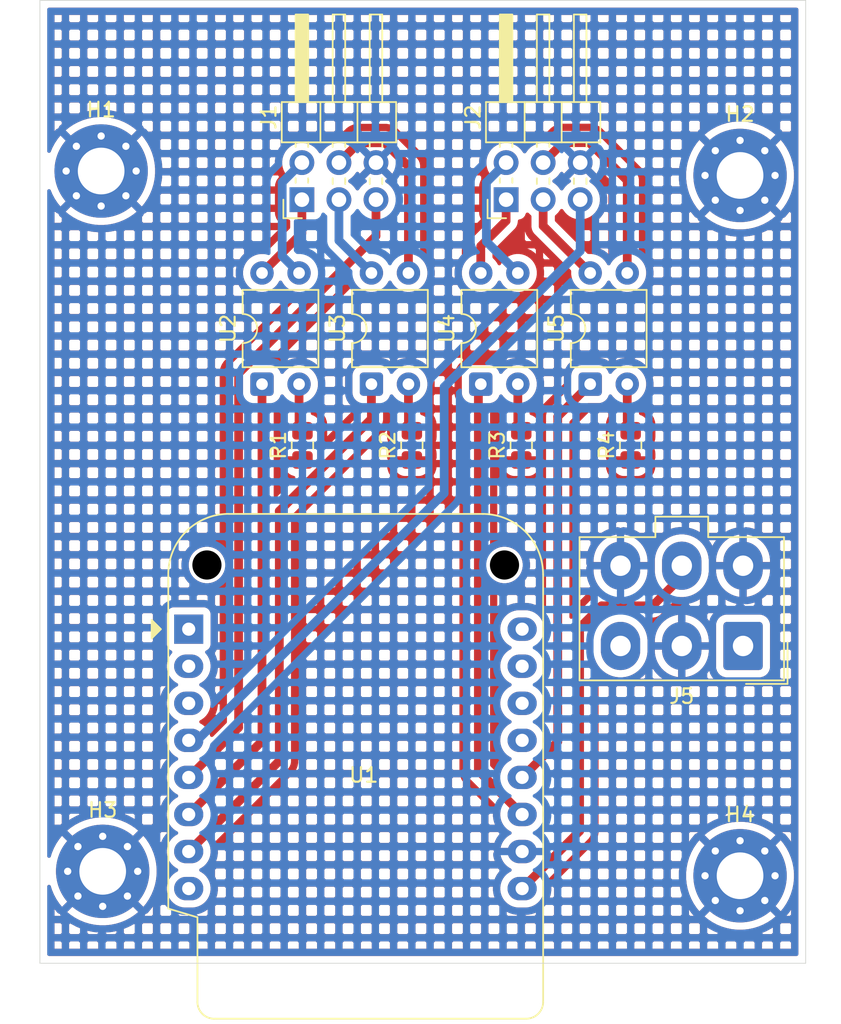
<source format=kicad_pcb>
(kicad_pcb (version 20241229) (generator "pcbnew") (generator_version "9.0")
  (layers (0 "F.Cu" signal) (2 "B.Cu" signal) (13 "F.Paste" user) (15 "B.Paste" user) (5 "F.SilkS" user "F.Silkscreen") (7 "B.SilkS" user "B.Silkscreen") (1 "F.Mask" user) (3 "B.Mask" user) (25 "Edge.Cuts" user))
  (net 0 "")
  (net 1 "GND")
  (net 2 "+3.3VA")
  (net 3 "+5VA")
  (net 4 "+12VA")
  (net 5 "Net-(R1-Pad2)")
  (net 6 "Net-(R2-Pad2)")
  (net 7 "Net-(R3-Pad2)")
  (net 8 "Net-(R4-Pad2)")
  (net 12 "ResetSW_2")
  (net 13 "ResetSW_1")
  (net 16 "PowerSW_1")
  (net 19 "PowerSW_2")
  (net 20 "LED_2")
  (net 22 "LED_1")
  (net 23 "Power-_1")
  (net 24 "Power+_1")
  (net 25 "Reset+_1")
  (net 26 "Reset-_1")
  (net 27 "Power-_2")
  (net 28 "Power+_2")
  (net 29 "Reset+_2")
  (net 30 "Reset-_2")
  (footprint "Resistor_SMD:R_0805_2012Metric_Pad1.20x1.40mm_HandSolder" (layer "F.Cu") (at 158 65 90)
    (property "Reference" "R3" (at 0 -1.65 90) (layer "F.SilkS"))
    (property "Value" "R330")
    (fp_line (start -0.227064 -0.735) (end 0.227064 -0.735) (stroke (width 0.12)) (layer "F.SilkS"))
    (fp_line (start -0.227064 0.735) (end 0.227064 0.735) (stroke (width 0.12)) (layer "F.SilkS"))
    (pad "1" smd roundrect (at -1 0 90) (size 1.2 1.4) (layers "F.Cu" "F.Mask" "F.Paste") (roundrect_rratio 0.208333) (net 1 "GND"))
    (pad "2" smd roundrect (at 1 0 90) (size 1.2 1.4) (layers "F.Cu" "F.Mask" "F.Paste") (roundrect_rratio 0.208333) (net 7 "Net-(R3-Pad2)"))
  )
  (footprint "Resistor_SMD:R_0805_2012Metric_Pad1.20x1.40mm_HandSolder" (layer "F.Cu") (at 143 65 90)
    (property "Reference" "R1" (at 0 -1.65 90) (layer "F.SilkS"))
    (property "Value" "R330")
    (fp_line (start -0.227064 -0.735) (end 0.227064 -0.735) (stroke (width 0.12)) (layer "F.SilkS"))
    (fp_line (start -0.227064 0.735) (end 0.227064 0.735) (stroke (width 0.12)) (layer "F.SilkS"))
    (pad "1" smd roundrect (at -1 0 90) (size 1.2 1.4) (layers "F.Cu" "F.Mask" "F.Paste") (roundrect_rratio 0.208333) (net 1 "GND"))
    (pad "2" smd roundrect (at 1 0 90) (size 1.2 1.4) (layers "F.Cu" "F.Mask" "F.Paste") (roundrect_rratio 0.208333) (net 5 "Net-(R1-Pad2)"))
  )
  (footprint "Resistor_SMD:R_0805_2012Metric_Pad1.20x1.40mm_HandSolder" (layer "F.Cu") (at 165.5 65 90)
    (property "Reference" "R4" (at 0 -1.65 90) (layer "F.SilkS"))
    (property "Value" "R330")
    (fp_line (start -0.227064 -0.735) (end 0.227064 -0.735) (stroke (width 0.12)) (layer "F.SilkS"))
    (fp_line (start -0.227064 0.735) (end 0.227064 0.735) (stroke (width 0.12)) (layer "F.SilkS"))
    (pad "1" smd roundrect (at -1 0 90) (size 1.2 1.4) (layers "F.Cu" "F.Mask" "F.Paste") (roundrect_rratio 0.208333) (net 1 "GND"))
    (pad "2" smd roundrect (at 1 0 90) (size 1.2 1.4) (layers "F.Cu" "F.Mask" "F.Paste") (roundrect_rratio 0.208333) (net 8 "Net-(R4-Pad2)"))
  )
  (footprint "Connector_PinHeader_2.54mm:PinHeader_2x03_P2.54mm_Horizontal" (layer "F.Cu") (at 142.96 48.16 90)
    (property "Reference" "J1" (at 5.655 -2.27 90) (layer "F.SilkS"))
    (property "Value" "PC Header 1")
    (fp_line (start 6.69 -1.38) (end 3.93 -1.38) (stroke (width 0.12)) (layer "F.SilkS"))
    (fp_line (start 3.93 -1.38) (end 3.93 6.46) (stroke (width 0.12)) (layer "F.SilkS"))
    (fp_line (start -1.27 -1.27) (end 0 -1.27) (stroke (width 0.12)) (layer "F.SilkS"))
    (fp_line (start 3.617358 -0.43) (end 3.93 -0.43) (stroke (width 0.12)) (layer "F.SilkS"))
    (fp_line (start 1.16 -0.43) (end 1.462642 -0.43) (stroke (width 0.12)) (layer "F.SilkS"))
    (fp_line (start -1.27 0) (end -1.27 -1.27) (stroke (width 0.12)) (layer "F.SilkS"))
    (fp_line (start 3.617358 0.43) (end 3.93 0.43) (stroke (width 0.12)) (layer "F.SilkS"))
    (fp_line (start 1.16 0.43) (end 1.462642 0.43) (stroke (width 0.12)) (layer "F.SilkS"))
    (fp_line (start 3.93 1.27) (end 6.69 1.27) (stroke (width 0.12)) (layer "F.SilkS"))
    (fp_line (start 12.69 2.11) (end 12.69 2.97) (stroke (width 0.12)) (layer "F.SilkS"))
    (fp_line (start 6.69 2.11) (end 12.69 2.11) (stroke (width 0.12)) (layer "F.SilkS"))
    (fp_line (start 3.617358 2.11) (end 3.93 2.11) (stroke (width 0.12)) (layer "F.SilkS"))
    (fp_line (start 1.077358 2.11) (end 1.462642 2.11) (stroke (width 0.12)) (layer "F.SilkS"))
    (fp_line (start 12.69 2.97) (end 6.69 2.97) (stroke (width 0.12)) (layer "F.SilkS"))
    (fp_line (start 3.617358 2.97) (end 3.93 2.97) (stroke (width 0.12)) (layer "F.SilkS"))
    (fp_line (start 1.077358 2.97) (end 1.462642 2.97) (stroke (width 0.12)) (layer "F.SilkS"))
    (fp_line (start 3.93 3.81) (end 6.69 3.81) (stroke (width 0.12)) (layer "F.SilkS"))
    (fp_line (start 12.69 4.65) (end 12.69 5.51) (stroke (width 0.12)) (layer "F.SilkS"))
    (fp_line (start 6.69 4.65) (end 12.69 4.65) (stroke (width 0.12)) (layer "F.SilkS"))
    (fp_line (start 3.617358 4.65) (end 3.93 4.65) (stroke (width 0.12)) (layer "F.SilkS"))
    (fp_line (start 1.077358 4.65) (end 1.462642 4.65) (stroke (width 0.12)) (layer "F.SilkS"))
    (fp_line (start 12.69 5.51) (end 6.69 5.51) (stroke (width 0.12)) (layer "F.SilkS"))
    (fp_line (start 3.617358 5.51) (end 3.93 5.51) (stroke (width 0.12)) (layer "F.SilkS"))
    (fp_line (start 1.077358 5.51) (end 1.462642 5.51) (stroke (width 0.12)) (layer "F.SilkS"))
    (fp_line (start 6.69 6.46) (end 6.69 -1.38) (stroke (width 0.12)) (layer "F.SilkS"))
    (fp_line (start 3.93 6.46) (end 6.69 6.46) (stroke (width 0.12)) (layer "F.SilkS"))
    (fp_rect (start 6.69 -0.43) (end 12.69 0.43) (stroke (width 0.12)) (fill yes) (layer "F.SilkS"))
    (pad "1" thru_hole rect (at 0 0 90) (size 1.7 1.7) (drill 1) (layers "*.Cu" "*.Mask") (net 24 "Power+_1"))
    (pad "2" thru_hole circle (at 2.54 0 90) (size 1.7 1.7) (drill 1) (layers "*.Cu" "*.Mask") (net 23 "Power-_1"))
    (pad "3" thru_hole circle (at 0 2.54 90) (size 1.7 1.7) (drill 1) (layers "*.Cu" "*.Mask") (net 25 "Reset+_1"))
    (pad "4" thru_hole circle (at 2.54 2.54 90) (size 1.7 1.7) (drill 1) (layers "*.Cu" "*.Mask") (net 26 "Reset-_1"))
    (pad "5" thru_hole circle (at 0 5.08 90) (size 1.7 1.7) (drill 1) (layers "*.Cu" "*.Mask") (net 22 "LED_1"))
    (pad "6" thru_hole circle (at 2.54 5.08 90) (size 1.7 1.7) (drill 1) (layers "*.Cu" "*.Mask") (net 1 "GND"))
  )
  (footprint "Package_DIP:DIP-4_W7.62mm" (layer "F.Cu") (at 155.225 60.805 90)
    (property "Reference" "U4" (at 3.81 -2.33 90) (layer "F.SilkS"))
    (property "Value" "EL817 - Power Switch 2")
    (fp_line (start 6.46 -1.33) (end 4.81 -1.33) (stroke (width 0.12)) (layer "F.SilkS"))
    (fp_line (start 2.81 -1.33) (end 1.16 -1.33) (stroke (width 0.12)) (layer "F.SilkS"))
    (fp_line (start 1.16 -1.33) (end 1.16 3.87) (stroke (width 0.12)) (layer "F.SilkS"))
    (fp_line (start 6.46 3.87) (end 6.46 -1.33) (stroke (width 0.12)) (layer "F.SilkS"))
    (fp_line (start 1.16 3.87) (end 6.46 3.87) (stroke (width 0.12)) (layer "F.SilkS"))
    (fp_arc (start 4.81 -1.33) (mid 3.81 -0.33) (end 2.81 -1.33) (stroke (width 0.12)) (layer "F.SilkS"))
    (pad "1" thru_hole roundrect (at 0 0 90) (size 1.6 1.6) (drill 0.8) (layers "*.Cu" "*.Mask") (roundrect_rratio 0.15625) (net 19 "PowerSW_2"))
    (pad "2" thru_hole circle (at 0 2.54 90) (size 1.6 1.6) (drill 0.8) (layers "*.Cu" "*.Mask") (net 7 "Net-(R3-Pad2)"))
    (pad "3" thru_hole circle (at 7.62 2.54 90) (size 1.6 1.6) (drill 0.8) (layers "*.Cu" "*.Mask") (net 27 "Power-_2"))
    (pad "4" thru_hole circle (at 7.62 0 90) (size 1.6 1.6) (drill 0.8) (layers "*.Cu" "*.Mask") (net 28 "Power+_2"))
  )
  (footprint "RF_Module:WEMOS_C3_mini" (layer "F.Cu") (at 135.2 77.6)
    (property "Reference" "U1" (at 12 10 0) (layer "F.SilkS"))
    (property "Value" "WEMOS_C3_mini")
    (fp_line (start -1.4 -3.647031) (end -1.4 19.15) (stroke (width 0.12)) (layer "F.SilkS"))
    (fp_line (start 0.6 19.75) (end -1.4 19.15) (stroke (width 0.12)) (layer "F.SilkS"))
    (fp_line (start 0.6 19.75) (end 0.6 25.547031) (stroke (width 0.12)) (layer "F.SilkS"))
    (fp_line (start 1.75 26.69703) (end 23.15 26.69703) (stroke (width 0.12)) (layer "F.SilkS"))
    (fp_line (start 20.2 -7.9) (end 2.75 -7.9) (stroke (width 0.12)) (layer "F.SilkS"))
    (fp_line (start 24.3 25.547031) (end 24.3 -3.752969) (stroke (width 0.12)) (layer "F.SilkS"))
    (fp_arc (start -1.4 -3.65) (mid -0.221578 -6.651732) (end 2.75 -7.904246) (stroke (width 0.12)) (layer "F.SilkS"))
    (fp_arc (start 1.75 26.7) (mid 0.934727 26.362303) (end 0.59703 25.54703) (stroke (width 0.12)) (layer "F.SilkS"))
    (fp_arc (start 20.15 -7.9) (mid 23.082383 -6.685361) (end 24.297 -3.752969) (stroke (width 0.12)) (layer "F.SilkS"))
    (fp_arc (start 24.3 25.547031) (mid 23.963172 26.360203) (end 23.15 26.69703) (stroke (width 0.12)) (layer "F.SilkS"))
    (fp_poly (pts (xy -2.54 -0.635) (xy -2.54 0.635) (xy -1.905 0)) (stroke (width 0.12)) (fill yes) (layer "F.SilkS"))
    (pad "" np_thru_hole circle (at 1.25 -4.4) (size 3 3) (drill 2) (layers "*.Mask"))
    (pad "" np_thru_hole circle (at 21.65 -4.4) (size 3 3) (drill 2) (layers "*.Mask"))
    (pad "1" thru_hole rect (at 0 0) (size 2 2) (drill 0.9) (layers "*.Cu" "*.Mask"))
    (pad "2" thru_hole oval (at 0 2.54) (size 2 1.6) (drill 0.9) (layers "*.Cu" "*.Mask"))
    (pad "3" thru_hole oval (at 0 5.08) (size 2 1.6) (drill 0.9) (layers "*.Cu" "*.Mask"))
    (pad "4" thru_hole oval (at 0 7.62) (size 2 1.6) (drill 0.9) (layers "*.Cu" "*.Mask") (net 20 "LED_2"))
    (pad "5" thru_hole oval (at 0 10.16) (size 2 1.6) (drill 0.9) (layers "*.Cu" "*.Mask") (net 22 "LED_1"))
    (pad "6" thru_hole oval (at 0 12.7) (size 2 1.6) (drill 0.9) (layers "*.Cu" "*.Mask") (net 16 "PowerSW_1"))
    (pad "7" thru_hole oval (at 0 15.24) (size 2 1.6) (drill 0.9) (layers "*.Cu" "*.Mask") (net 13 "ResetSW_1"))
    (pad "8" thru_hole oval (at 0 17.78) (size 2 1.6) (drill 0.9) (layers "*.Cu" "*.Mask"))
    (pad "9" thru_hole oval (at 22.86 17.78) (size 2 1.6) (drill 0.9) (layers "*.Cu" "*.Mask") (net 3 "+5VA"))
    (pad "10" thru_hole oval (at 22.86 15.24) (size 2 1.6) (drill 0.9) (layers "*.Cu" "*.Mask") (net 1 "GND"))
    (pad "11" thru_hole oval (at 22.86 12.7) (size 2 1.6) (drill 0.9) (layers "*.Cu" "*.Mask") (net 19 "PowerSW_2"))
    (pad "12" thru_hole oval (at 22.86 10.16) (size 2 1.6) (drill 0.9) (layers "*.Cu" "*.Mask") (net 12 "ResetSW_2"))
    (pad "13" thru_hole oval (at 22.86 7.62) (size 2 1.6) (drill 0.9) (layers "*.Cu" "*.Mask"))
    (pad "14" thru_hole oval (at 22.86 5.08) (size 2 1.6) (drill 0.9) (layers "*.Cu" "*.Mask"))
    (pad "15" thru_hole oval (at 22.86 2.54) (size 2 1.6) (drill 0.9) (layers "*.Cu" "*.Mask"))
    (pad "16" thru_hole oval (at 22.86 0) (size 2 1.6) (drill 0.9) (layers "*.Cu" "*.Mask"))
  )
  (footprint "MountingHole:MountingHole_3.2mm_M3_Pad_Via" (layer "F.Cu") (at 129.1971 46.1971)
    (property "Reference" "H1" (at 0 -4.2 0) (layer "F.SilkS"))
    (property "Value" "MountingHole_Pad")
    (pad "1" thru_hole circle (at -2.4 0) (size 0.8 0.8) (drill 0.5) (layers "*.Cu" "*.Mask") (net 1 "GND"))
    (pad "1" thru_hole circle (at -1.697056 -1.697056) (size 0.8 0.8) (drill 0.5) (layers "*.Cu" "*.Mask") (net 1 "GND"))
    (pad "1" thru_hole circle (at -1.697056 1.697056) (size 0.8 0.8) (drill 0.5) (layers "*.Cu" "*.Mask") (net 1 "GND"))
    (pad "1" thru_hole circle (at 0 -2.4) (size 0.8 0.8) (drill 0.5) (layers "*.Cu" "*.Mask") (net 1 "GND"))
    (pad "1" thru_hole circle (at 0 0) (size 6.4 6.4) (drill 3.2) (layers "*.Cu" "*.Mask") (net 1 "GND"))
    (pad "1" thru_hole circle (at 0 2.4) (size 0.8 0.8) (drill 0.5) (layers "*.Cu" "*.Mask") (net 1 "GND"))
    (pad "1" thru_hole circle (at 1.697056 -1.697056) (size 0.8 0.8) (drill 0.5) (layers "*.Cu" "*.Mask") (net 1 "GND"))
    (pad "1" thru_hole circle (at 1.697056 1.697056) (size 0.8 0.8) (drill 0.5) (layers "*.Cu" "*.Mask") (net 1 "GND"))
    (pad "1" thru_hole circle (at 2.4 0) (size 0.8 0.8) (drill 0.5) (layers "*.Cu" "*.Mask") (net 1 "GND"))
  )
  (footprint "Package_DIP:DIP-4_W7.62mm" (layer "F.Cu") (at 147.725 60.805 90)
    (property "Reference" "U3" (at 3.81 -2.33 90) (layer "F.SilkS"))
    (property "Value" "EL817 - Reset Switch 1")
    (fp_line (start 6.46 -1.33) (end 4.81 -1.33) (stroke (width 0.12)) (layer "F.SilkS"))
    (fp_line (start 2.81 -1.33) (end 1.16 -1.33) (stroke (width 0.12)) (layer "F.SilkS"))
    (fp_line (start 1.16 -1.33) (end 1.16 3.87) (stroke (width 0.12)) (layer "F.SilkS"))
    (fp_line (start 6.46 3.87) (end 6.46 -1.33) (stroke (width 0.12)) (layer "F.SilkS"))
    (fp_line (start 1.16 3.87) (end 6.46 3.87) (stroke (width 0.12)) (layer "F.SilkS"))
    (fp_arc (start 4.81 -1.33) (mid 3.81 -0.33) (end 2.81 -1.33) (stroke (width 0.12)) (layer "F.SilkS"))
    (pad "1" thru_hole roundrect (at 0 0 90) (size 1.6 1.6) (drill 0.8) (layers "*.Cu" "*.Mask") (roundrect_rratio 0.15625) (net 13 "ResetSW_1"))
    (pad "2" thru_hole circle (at 0 2.54 90) (size 1.6 1.6) (drill 0.8) (layers "*.Cu" "*.Mask") (net 6 "Net-(R2-Pad2)"))
    (pad "3" thru_hole circle (at 7.62 2.54 90) (size 1.6 1.6) (drill 0.8) (layers "*.Cu" "*.Mask") (net 26 "Reset-_1"))
    (pad "4" thru_hole circle (at 7.62 0 90) (size 1.6 1.6) (drill 0.8) (layers "*.Cu" "*.Mask") (net 25 "Reset+_1"))
  )
  (footprint "MountingHole:MountingHole_3.2mm_M3_Pad_Via" (layer "F.Cu") (at 173 46.5)
    (property "Reference" "H2" (at 0 -4.2 0) (layer "F.SilkS"))
    (property "Value" "MountingHole_Pad")
    (pad "1" thru_hole circle (at -2.4 0) (size 0.8 0.8) (drill 0.5) (layers "*.Cu" "*.Mask") (net 1 "GND"))
    (pad "1" thru_hole circle (at -1.697056 -1.697056) (size 0.8 0.8) (drill 0.5) (layers "*.Cu" "*.Mask") (net 1 "GND"))
    (pad "1" thru_hole circle (at -1.697056 1.697056) (size 0.8 0.8) (drill 0.5) (layers "*.Cu" "*.Mask") (net 1 "GND"))
    (pad "1" thru_hole circle (at 0 -2.4) (size 0.8 0.8) (drill 0.5) (layers "*.Cu" "*.Mask") (net 1 "GND"))
    (pad "1" thru_hole circle (at 0 0) (size 6.4 6.4) (drill 3.2) (layers "*.Cu" "*.Mask") (net 1 "GND"))
    (pad "1" thru_hole circle (at 0 2.4) (size 0.8 0.8) (drill 0.5) (layers "*.Cu" "*.Mask") (net 1 "GND"))
    (pad "1" thru_hole circle (at 1.697056 -1.697056) (size 0.8 0.8) (drill 0.5) (layers "*.Cu" "*.Mask") (net 1 "GND"))
    (pad "1" thru_hole circle (at 1.697056 1.697056) (size 0.8 0.8) (drill 0.5) (layers "*.Cu" "*.Mask") (net 1 "GND"))
    (pad "1" thru_hole circle (at 2.4 0) (size 0.8 0.8) (drill 0.5) (layers "*.Cu" "*.Mask") (net 1 "GND"))
  )
  (footprint "Resistor_SMD:R_0805_2012Metric_Pad1.20x1.40mm_HandSolder" (layer "F.Cu") (at 150.5 65 90)
    (property "Reference" "R2" (at 0 -1.65 90) (layer "F.SilkS"))
    (property "Value" "R330")
    (fp_line (start -0.227064 -0.735) (end 0.227064 -0.735) (stroke (width 0.12)) (layer "F.SilkS"))
    (fp_line (start -0.227064 0.735) (end 0.227064 0.735) (stroke (width 0.12)) (layer "F.SilkS"))
    (pad "1" smd roundrect (at -1 0 90) (size 1.2 1.4) (layers "F.Cu" "F.Mask" "F.Paste") (roundrect_rratio 0.208333) (net 1 "GND"))
    (pad "2" smd roundrect (at 1 0 90) (size 1.2 1.4) (layers "F.Cu" "F.Mask" "F.Paste") (roundrect_rratio 0.208333) (net 6 "Net-(R2-Pad2)"))
  )
  (footprint "Package_DIP:DIP-4_W7.62mm" (layer "F.Cu") (at 140.225 60.805 90)
    (property "Reference" "U2" (at 3.81 -2.33 90) (layer "F.SilkS"))
    (property "Value" "EL817 - Power Switch 1")
    (fp_line (start 6.46 -1.33) (end 4.81 -1.33) (stroke (width 0.12)) (layer "F.SilkS"))
    (fp_line (start 2.81 -1.33) (end 1.16 -1.33) (stroke (width 0.12)) (layer "F.SilkS"))
    (fp_line (start 1.16 -1.33) (end 1.16 3.87) (stroke (width 0.12)) (layer "F.SilkS"))
    (fp_line (start 6.46 3.87) (end 6.46 -1.33) (stroke (width 0.12)) (layer "F.SilkS"))
    (fp_line (start 1.16 3.87) (end 6.46 3.87) (stroke (width 0.12)) (layer "F.SilkS"))
    (fp_arc (start 4.81 -1.33) (mid 3.81 -0.33) (end 2.81 -1.33) (stroke (width 0.12)) (layer "F.SilkS"))
    (pad "1" thru_hole roundrect (at 0 0 90) (size 1.6 1.6) (drill 0.8) (layers "*.Cu" "*.Mask") (roundrect_rratio 0.15625) (net 16 "PowerSW_1"))
    (pad "2" thru_hole circle (at 0 2.54 90) (size 1.6 1.6) (drill 0.8) (layers "*.Cu" "*.Mask") (net 5 "Net-(R1-Pad2)"))
    (pad "3" thru_hole circle (at 7.62 2.54 90) (size 1.6 1.6) (drill 0.8) (layers "*.Cu" "*.Mask") (net 23 "Power-_1"))
    (pad "4" thru_hole circle (at 7.62 0 90) (size 1.6 1.6) (drill 0.8) (layers "*.Cu" "*.Mask") (net 24 "Power+_1"))
  )
  (footprint "MountingHole:MountingHole_3.2mm_M3_Pad_Via" (layer "F.Cu") (at 129.3029 94.1971)
    (property "Reference" "H3" (at 0 -4.2 0) (layer "F.SilkS"))
    (property "Value" "MountingHole_Pad")
    (pad "1" thru_hole circle (at -2.4 0) (size 0.8 0.8) (drill 0.5) (layers "*.Cu" "*.Mask") (net 1 "GND"))
    (pad "1" thru_hole circle (at -1.697056 -1.697056) (size 0.8 0.8) (drill 0.5) (layers "*.Cu" "*.Mask") (net 1 "GND"))
    (pad "1" thru_hole circle (at -1.697056 1.697056) (size 0.8 0.8) (drill 0.5) (layers "*.Cu" "*.Mask") (net 1 "GND"))
    (pad "1" thru_hole circle (at 0 -2.4) (size 0.8 0.8) (drill 0.5) (layers "*.Cu" "*.Mask") (net 1 "GND"))
    (pad "1" thru_hole circle (at 0 0) (size 6.4 6.4) (drill 3.2) (layers "*.Cu" "*.Mask") (net 1 "GND"))
    (pad "1" thru_hole circle (at 0 2.4) (size 0.8 0.8) (drill 0.5) (layers "*.Cu" "*.Mask") (net 1 "GND"))
    (pad "1" thru_hole circle (at 1.697056 -1.697056) (size 0.8 0.8) (drill 0.5) (layers "*.Cu" "*.Mask") (net 1 "GND"))
    (pad "1" thru_hole circle (at 1.697056 1.697056) (size 0.8 0.8) (drill 0.5) (layers "*.Cu" "*.Mask") (net 1 "GND"))
    (pad "1" thru_hole circle (at 2.4 0) (size 0.8 0.8) (drill 0.5) (layers "*.Cu" "*.Mask") (net 1 "GND"))
  )
  (footprint "Connector_Molex:Molex_Mini-Fit_Jr_5566-06A_2x03_P4.20mm_Vertical" (layer "F.Cu") (at 173.205 78.75 180)
    (property "Reference" "J5" (at 4.2 -3.45 0) (layer "F.SilkS"))
    (property "Value" "Power")
    (fp_line (start 11.21 7.46) (end 6.01 7.46) (stroke (width 0.12)) (layer "F.SilkS"))
    (fp_line (start 11.21 -2.36) (end 11.21 7.46) (stroke (width 0.12)) (layer "F.SilkS"))
    (fp_line (start 6.01 8.86) (end 4.2 8.86) (stroke (width 0.12)) (layer "F.SilkS"))
    (fp_line (start 6.01 7.46) (end 6.01 8.86) (stroke (width 0.12)) (layer "F.SilkS"))
    (fp_line (start 4.2 -2.36) (end 11.21 -2.36) (stroke (width 0.12)) (layer "F.SilkS"))
    (fp_line (start 4.2 -2.36) (end -2.81 -2.36) (stroke (width 0.12)) (layer "F.SilkS"))
    (fp_line (start 2.39 8.86) (end 4.2 8.86) (stroke (width 0.12)) (layer "F.SilkS"))
    (fp_line (start 2.39 7.46) (end 2.39 8.86) (stroke (width 0.12)) (layer "F.SilkS"))
    (fp_line (start -0.2 -2.6) (end -3.05 -2.6) (stroke (width 0.12)) (layer "F.SilkS"))
    (fp_line (start -2.81 7.46) (end 2.39 7.46) (stroke (width 0.12)) (layer "F.SilkS"))
    (fp_line (start -2.81 -2.36) (end -2.81 7.46) (stroke (width 0.12)) (layer "F.SilkS"))
    (fp_line (start -3.05 -2.6) (end -3.05 0.25) (stroke (width 0.12)) (layer "F.SilkS"))
    (pad "1" thru_hole roundrect (at 0 0 180) (size 2.7 3.3) (drill 1.4) (layers "*.Cu" "*.Mask") (roundrect_rratio 0.092593) (net 4 "+12VA"))
    (pad "2" thru_hole oval (at 4.2 0 180) (size 2.7 3.3) (drill 1.4) (layers "*.Cu" "*.Mask") (net 1 "GND"))
    (pad "3" thru_hole oval (at 8.4 0 180) (size 2.7 3.3) (drill 1.4) (layers "*.Cu" "*.Mask") (net 2 "+3.3VA"))
    (pad "4" thru_hole oval (at 0 5.5 180) (size 2.7 3.3) (drill 1.4) (layers "*.Cu" "*.Mask") (net 1 "GND"))
    (pad "5" thru_hole oval (at 4.2 5.5 180) (size 2.7 3.3) (drill 1.4) (layers "*.Cu" "*.Mask") (net 3 "+5VA"))
    (pad "6" thru_hole oval (at 8.4 5.5 180) (size 2.7 3.3) (drill 1.4) (layers "*.Cu" "*.Mask") (net 1 "GND"))
  )
  (footprint "MountingHole:MountingHole_3.2mm_M3_Pad_Via" (layer "F.Cu") (at 173 94.5)
    (property "Reference" "H4" (at 0 -4.2 0) (layer "F.SilkS"))
    (property "Value" "MountingHole_Pad")
    (pad "1" thru_hole circle (at -2.4 0) (size 0.8 0.8) (drill 0.5) (layers "*.Cu" "*.Mask") (net 1 "GND"))
    (pad "1" thru_hole circle (at -1.697056 -1.697056) (size 0.8 0.8) (drill 0.5) (layers "*.Cu" "*.Mask") (net 1 "GND"))
    (pad "1" thru_hole circle (at -1.697056 1.697056) (size 0.8 0.8) (drill 0.5) (layers "*.Cu" "*.Mask") (net 1 "GND"))
    (pad "1" thru_hole circle (at 0 -2.4) (size 0.8 0.8) (drill 0.5) (layers "*.Cu" "*.Mask") (net 1 "GND"))
    (pad "1" thru_hole circle (at 0 0) (size 6.4 6.4) (drill 3.2) (layers "*.Cu" "*.Mask") (net 1 "GND"))
    (pad "1" thru_hole circle (at 0 2.4) (size 0.8 0.8) (drill 0.5) (layers "*.Cu" "*.Mask") (net 1 "GND"))
    (pad "1" thru_hole circle (at 1.697056 -1.697056) (size 0.8 0.8) (drill 0.5) (layers "*.Cu" "*.Mask") (net 1 "GND"))
    (pad "1" thru_hole circle (at 1.697056 1.697056) (size 0.8 0.8) (drill 0.5) (layers "*.Cu" "*.Mask") (net 1 "GND"))
    (pad "1" thru_hole circle (at 2.4 0) (size 0.8 0.8) (drill 0.5) (layers "*.Cu" "*.Mask") (net 1 "GND"))
  )
  (footprint "Connector_PinHeader_2.54mm:PinHeader_2x03_P2.54mm_Horizontal" (layer "F.Cu") (at 156.96 48.16 90)
    (property "Reference" "J2" (at 5.655 -2.27 90) (layer "F.SilkS"))
    (property "Value" "PC Header 2")
    (fp_line (start 6.69 -1.38) (end 3.93 -1.38) (stroke (width 0.12)) (layer "F.SilkS"))
    (fp_line (start 3.93 -1.38) (end 3.93 6.46) (stroke (width 0.12)) (layer "F.SilkS"))
    (fp_line (start -1.27 -1.27) (end 0 -1.27) (stroke (width 0.12)) (layer "F.SilkS"))
    (fp_line (start 3.617358 -0.43) (end 3.93 -0.43) (stroke (width 0.12)) (layer "F.SilkS"))
    (fp_line (start 1.16 -0.43) (end 1.462642 -0.43) (stroke (width 0.12)) (layer "F.SilkS"))
    (fp_line (start -1.27 0) (end -1.27 -1.27) (stroke (width 0.12)) (layer "F.SilkS"))
    (fp_line (start 3.617358 0.43) (end 3.93 0.43) (stroke (width 0.12)) (layer "F.SilkS"))
    (fp_line (start 1.16 0.43) (end 1.462642 0.43) (stroke (width 0.12)) (layer "F.SilkS"))
    (fp_line (start 3.93 1.27) (end 6.69 1.27) (stroke (width 0.12)) (layer "F.SilkS"))
    (fp_line (start 12.69 2.11) (end 12.69 2.97) (stroke (width 0.12)) (layer "F.SilkS"))
    (fp_line (start 6.69 2.11) (end 12.69 2.11) (stroke (width 0.12)) (layer "F.SilkS"))
    (fp_line (start 3.617358 2.11) (end 3.93 2.11) (stroke (width 0.12)) (layer "F.SilkS"))
    (fp_line (start 1.077358 2.11) (end 1.462642 2.11) (stroke (width 0.12)) (layer "F.SilkS"))
    (fp_line (start 12.69 2.97) (end 6.69 2.97) (stroke (width 0.12)) (layer "F.SilkS"))
    (fp_line (start 3.617358 2.97) (end 3.93 2.97) (stroke (width 0.12)) (layer "F.SilkS"))
    (fp_line (start 1.077358 2.97) (end 1.462642 2.97) (stroke (width 0.12)) (layer "F.SilkS"))
    (fp_line (start 3.93 3.81) (end 6.69 3.81) (stroke (width 0.12)) (layer "F.SilkS"))
    (fp_line (start 12.69 4.65) (end 12.69 5.51) (stroke (width 0.12)) (layer "F.SilkS"))
    (fp_line (start 6.69 4.65) (end 12.69 4.65) (stroke (width 0.12)) (layer "F.SilkS"))
    (fp_line (start 3.617358 4.65) (end 3.93 4.65) (stroke (width 0.12)) (layer "F.SilkS"))
    (fp_line (start 1.077358 4.65) (end 1.462642 4.65) (stroke (width 0.12)) (layer "F.SilkS"))
    (fp_line (start 12.69 5.51) (end 6.69 5.51) (stroke (width 0.12)) (layer "F.SilkS"))
    (fp_line (start 3.617358 5.51) (end 3.93 5.51) (stroke (width 0.12)) (layer "F.SilkS"))
    (fp_line (start 1.077358 5.51) (end 1.462642 5.51) (stroke (width 0.12)) (layer "F.SilkS"))
    (fp_line (start 6.69 6.46) (end 6.69 -1.38) (stroke (width 0.12)) (layer "F.SilkS"))
    (fp_line (start 3.93 6.46) (end 6.69 6.46) (stroke (width 0.12)) (layer "F.SilkS"))
    (fp_rect (start 6.69 -0.43) (end 12.69 0.43) (stroke (width 0.12)) (fill yes) (layer "F.SilkS"))
    (pad "1" thru_hole rect (at 0 0 90) (size 1.7 1.7) (drill 1) (layers "*.Cu" "*.Mask") (net 28 "Power+_2"))
    (pad "2" thru_hole circle (at 2.54 0 90) (size 1.7 1.7) (drill 1) (layers "*.Cu" "*.Mask") (net 27 "Power-_2"))
    (pad "3" thru_hole circle (at 0 2.54 90) (size 1.7 1.7) (drill 1) (layers "*.Cu" "*.Mask") (net 29 "Reset+_2"))
    (pad "4" thru_hole circle (at 2.54 2.54 90) (size 1.7 1.7) (drill 1) (layers "*.Cu" "*.Mask") (net 30 "Reset-_2"))
    (pad "5" thru_hole circle (at 0 5.08 90) (size 1.7 1.7) (drill 1) (layers "*.Cu" "*.Mask") (net 20 "LED_2"))
    (pad "6" thru_hole circle (at 2.54 5.08 90) (size 1.7 1.7) (drill 1) (layers "*.Cu" "*.Mask") (net 1 "GND"))
  )
  (footprint "Package_DIP:DIP-4_W7.62mm" (layer "F.Cu") (at 162.725 60.805 90)
    (property "Reference" "U5" (at 3.81 -2.33 90) (layer "F.SilkS"))
    (property "Value" "EL817 - Reset Switch 2")
    (fp_line (start 6.46 -1.33) (end 4.81 -1.33) (stroke (width 0.12)) (layer "F.SilkS"))
    (fp_line (start 2.81 -1.33) (end 1.16 -1.33) (stroke (width 0.12)) (layer "F.SilkS"))
    (fp_line (start 1.16 -1.33) (end 1.16 3.87) (stroke (width 0.12)) (layer "F.SilkS"))
    (fp_line (start 6.46 3.87) (end 6.46 -1.33) (stroke (width 0.12)) (layer "F.SilkS"))
    (fp_line (start 1.16 3.87) (end 6.46 3.87) (stroke (width 0.12)) (layer "F.SilkS"))
    (fp_arc (start 4.81 -1.33) (mid 3.81 -0.33) (end 2.81 -1.33) (stroke (width 0.12)) (layer "F.SilkS"))
    (pad "1" thru_hole roundrect (at 0 0 90) (size 1.6 1.6) (drill 0.8) (layers "*.Cu" "*.Mask") (roundrect_rratio 0.15625) (net 12 "ResetSW_2"))
    (pad "2" thru_hole circle (at 0 2.54 90) (size 1.6 1.6) (drill 0.8) (layers "*.Cu" "*.Mask") (net 8 "Net-(R4-Pad2)"))
    (pad "3" thru_hole circle (at 7.62 2.54 90) (size 1.6 1.6) (drill 0.8) (layers "*.Cu" "*.Mask") (net 30 "Reset-_2"))
    (pad "4" thru_hole circle (at 7.62 0 90) (size 1.6 1.6) (drill 0.8) (layers "*.Cu" "*.Mask") (net 29 "Reset+_2"))
  )
  (gr_line (start 125 100.5) (end 125 34.5) (stroke (width 0.05)) (layer "Edge.Cuts"))
  (gr_line (start 177.5 34.5) (end 177.5 100.5) (stroke (width 0.05)) (layer "Edge.Cuts"))
  (gr_line (start 125 34.5) (end 177.5 34.5) (stroke (width 0.05)) (layer "Edge.Cuts"))
  (gr_line (start 177.5 100.5) (end 125 100.5) (stroke (width 0.05)) (layer "Edge.Cuts"))
  (segment (start 129.1971 46.1971) (end 129.1971 43.7971) (width 0.6) (layer "F.Cu") (net 1))
  (segment (start 129.3029 91.7971) (end 129.3029 94.1971) (width 0.6) (layer "F.Cu") (net 1))
  (segment (start 173.205 49.105) (end 173 48.9) (width 0.6) (layer "F.Cu") (net 1))
  (segment (start 129.3029 96.5971) (end 129.3029 94.1971) (width 0.6) (layer "F.Cu") (net 1))
  (segment (start 173 92.1) (end 173 94.5) (width 0.6) (layer "F.Cu") (net 1))
  (segment (start 173 96.9) (end 173 94.5) (width 0.6) (layer "F.Cu") (net 1))
  (segment (start 173 48.9) (end 173 46.5) (width 0.6) (layer "F.Cu") (net 1))
  (segment (start 173 44.1) (end 173 46.5) (width 0.6) (layer "F.Cu") (net 1))
  (segment (start 174.6971 92.8029) (end 175.155 92.345) (width 0.6) (layer "F.Cu") (net 1))
  (segment (start 129.1971 48.5971) (end 129.1971 46.1971) (width 0.6) (layer "F.Cu") (net 1))
  (segment (start 173.7029 96.1971) (end 173 96.9) (width 0.6) (layer "B.Cu") (net 1))
  (segment (start 171.3029 44.8029) (end 172.2971 44.8029) (width 0.6) (layer "B.Cu") (net 1))
  (segment (start 174.6971 96.1971) (end 173.7029 96.1971) (width 0.6) (layer "B.Cu") (net 1))
  (segment (start 170.6 92.84) (end 171.2658 92.84) (width 0.6) (layer "B.Cu") (net 1))
  (segment (start 171.3029 92.8029) (end 172.2971 92.8029) (width 0.6) (layer "B.Cu") (net 1))
  (segment (start 130.0058 92.5) (end 129.3029 91.7971) (width 0.6) (layer "B.Cu") (net 1))
  (segment (start 129.9 47.8942) (end 129.1971 48.5971) (width 0.6) (layer "B.Cu") (net 1))
  (segment (start 172.2971 48.1971) (end 173 48.9) (width 0.6) (layer "B.Cu") (net 1))
  (segment (start 128.8457 44.1485) (end 129.1971 43.7971) (width 0.6) (layer "B.Cu") (net 1))
  (segment (start 130.8942 44.5) (end 129.9 44.5) (width 0.6) (layer "B.Cu") (net 1))
  (segment (start 170.6 46.5) (end 173 46.5) (width 0.6) (layer "B.Cu") (net 1))
  (segment (start 174.6971 44.8029) (end 173.7029 44.8029) (width 0.6) (layer "B.Cu") (net 1))
  (segment (start 170.6 92.84) (end 170.6 94.5) (width 0.6) (layer "B.Cu") (net 1))
  (segment (start 130.8942 47.8942) (end 129.9 47.8942) (width 0.6) (layer "B.Cu") (net 1))
  (segment (start 127.6058 95.8942) (end 128.6 95.8942) (width 0.6) (layer "B.Cu") (net 1))
  (segment (start 171.3029 96.1971) (end 172.2971 96.1971) (width 0.6) (layer "B.Cu") (net 1))
  (segment (start 128.6 92.5) (end 129.3029 91.7971) (width 0.6) (layer "B.Cu") (net 1))
  (segment (start 172.2971 44.8029) (end 173 44.1) (width 0.6) (layer "B.Cu") (net 1))
  (segment (start 128.4942 44.5) (end 128.8457 44.1485) (width 0.6) (layer "B.Cu") (net 1))
  (segment (start 127.6058 92.5) (end 128.6 92.5) (width 0.6) (layer "B.Cu") (net 1))
  (segment (start 128.6 95.8942) (end 129.3029 96.5971) (width 0.6) (layer "B.Cu") (net 1))
  (segment (start 126.7971 46.1971) (end 129.1971 46.1971) (width 0.6) (layer "B.Cu") (net 1))
  (segment (start 175.4 94.5) (end 173 94.5) (width 0.6) (layer "B.Cu") (net 1))
  (segment (start 172.2971 96.1971) (end 173 96.9) (width 0.6) (layer "B.Cu") (net 1))
  (segment (start 129.3029 96.5971) (end 129.5284 96.8226) (width 0.6) (layer "B.Cu") (net 1))
  (segment (start 127.5 47.8942) (end 128.4942 47.8942) (width 0.6) (layer "B.Cu") (net 1))
  (segment (start 131.7029 94.1971) (end 129.3029 94.1971) (width 0.6) (layer "B.Cu") (net 1))
  (segment (start 126.9029 94.1971) (end 129.3029 94.1971) (width 0.6) (layer "B.Cu") (net 1))
  (segment (start 129.9 44.5) (end 129.1971 43.7971) (width 0.6) (layer "B.Cu") (net 1))
  (segment (start 173.7029 48.1971) (end 173 48.9) (width 0.6) (layer "B.Cu") (net 1))
  (segment (start 128.4942 47.8942) (end 129.1971 48.5971) (width 0.6) (layer "B.Cu") (net 1))
  (segment (start 174.6971 48.1971) (end 173.7029 48.1971) (width 0.6) (layer "B.Cu") (net 1))
  (segment (start 131.5971 46.1971) (end 129.1971 46.1971) (width 0.6) (layer "B.Cu") (net 1))
  (segment (start 173.7029 92.8029) (end 173 92.1) (width 0.6) (layer "B.Cu") (net 1))
  (segment (start 131 95.8942) (end 130.0058 95.8942) (width 0.6) (layer "B.Cu") (net 1))
  (segment (start 171.2658 92.84) (end 171.3029 92.8029) (width 0.6) (layer "B.Cu") (net 1))
  (segment (start 173.7029 44.8029) (end 173 44.1) (width 0.6) (layer "B.Cu") (net 1))
  (segment (start 174.6971 92.8029) (end 173.7029 92.8029) (width 0.6) (layer "B.Cu") (net 1))
  (segment (start 175.4 46.5) (end 173 46.5) (width 0.6) (layer "B.Cu") (net 1))
  (segment (start 130.0058 95.8942) (end 129.3029 96.5971) (width 0.6) (layer "B.Cu") (net 1))
  (segment (start 172.2971 92.8029) (end 173 92.1) (width 0.6) (layer "B.Cu") (net 1))
  (segment (start 171.3029 48.1971) (end 172.2971 48.1971) (width 0.6) (layer "B.Cu") (net 1))
  (segment (start 131 92.5) (end 130.0058 92.5) (width 0.6) (layer "B.Cu") (net 1))
  (segment (start 127.5 44.5) (end 128.4942 44.5) (width 0.6) (layer "B.Cu") (net 1))
  (segment (start 169.005 73.25) (end 169.005 73.995) (width 0.6) (layer "F.Cu") (net 3))
  (segment (start 163.5 76) (end 162 77.5) (width 0.6) (layer "F.Cu") (net 3))
  (segment (start 169.005 73.995) (end 167 76) (width 0.6) (layer "F.Cu") (net 3))
  (segment (start 162 77.5) (end 162 91.44) (width 0.6) (layer "F.Cu") (net 3))
  (segment (start 167 76) (end 163.5 76) (width 0.6) (layer "F.Cu") (net 3))
  (segment (start 162 91.44) (end 158.06 95.38) (width 0.6) (layer "F.Cu") (net 3))
  (segment (start 143 64) (end 142.765 63.765) (width 0.6) (layer "F.Cu") (net 5))
  (segment (start 142.765 63.765) (end 142.765 60.805) (width 0.6) (layer "F.Cu") (net 5))
  (segment (start 150.265 63.765) (end 150.265 60.805) (width 0.6) (layer "F.Cu") (net 6))
  (segment (start 150.5 64) (end 150.265 63.765) (width 0.6) (layer "F.Cu") (net 6))
  (segment (start 157.765 60.805) (end 157.765 63.765) (width 0.6) (layer "F.Cu") (net 7))
  (segment (start 157.765 63.765) (end 158 64) (width 0.6) (layer "F.Cu") (net 7))
  (segment (start 165.265 60.805) (end 165.265 63.765) (width 0.6) (layer "F.Cu") (net 8))
  (segment (start 165.265 63.765) (end 165.5 64) (width 0.6) (layer "F.Cu") (net 8))
  (segment (start 160.5 85.32) (end 158.06 87.76) (width 0.6) (layer "F.Cu") (net 12))
  (segment (start 162.725 60.805) (end 160.5 63.03) (width 0.6) (layer "F.Cu") (net 12))
  (segment (start 160.5 63.03) (end 160.5 85.32) (width 0.6) (layer "F.Cu") (net 12))
  (segment (start 141.412 86.628) (end 135.2 92.84) (width 0.6) (layer "F.Cu") (net 13))
  (segment (start 147.725 60.805) (end 147.725 63.187) (width 0.6) (layer "F.Cu") (net 13))
  (segment (start 141.412 69.5) (end 141.412 86.628) (width 0.6) (layer "F.Cu") (net 13))
  (segment (start 147.725 63.187) (end 141.412 69.5) (width 0.6) (layer "F.Cu") (net 13))
  (segment (start 140.225 60.805) (end 140.225 85.275) (width 0.6) (layer "F.Cu") (net 16))
  (segment (start 140.225 85.275) (end 135.2 90.3) (width 0.6) (layer "F.Cu") (net 16))
  (segment (start 158.06 90.3) (end 155.0598 87.2998) (width 0.6) (layer "F.Cu") (net 19))
  (segment (start 155.0598 87.2998) (end 155.0598 60.9702) (width 0.6) (layer "F.Cu") (net 19))
  (segment (start 155.0598 60.9702) (end 155.225 60.805) (width 0.6) (layer "F.Cu") (net 19))
  (segment (start 162.04 51.6741) (end 152.7141 61) (width 0.6) (layer "B.Cu") (net 20))
  (segment (start 152.7141 68.2859) (end 135.78 85.22) (width 0.6) (layer "B.Cu") (net 20))
  (segment (start 152.7141 61) (end 152.7141 68.2859) (width 0.6) (layer "B.Cu") (net 20))
  (segment (start 162.04 48.16) (end 162.04 51.6741) (width 0.6) (layer "B.Cu") (net 20))
  (segment (start 135.78 85.22) (end 135.2 85.22) (width 0.6) (layer "B.Cu") (net 20))
  (segment (start 138.6216 60.0648) (end 138.6216 84.3384) (width 0.6) (layer "F.Cu") (net 22))
  (segment (start 138.6216 84.3384) (end 135.2 87.76) (width 0.6) (layer "F.Cu") (net 22))
  (segment (start 148.04 48.16) (end 148.04 50.6464) (width 0.6) (layer "F.Cu") (net 22))
  (segment (start 148.04 50.6464) (end 138.6216 60.0648) (width 0.6) (layer "F.Cu") (net 22))
  (segment (start 141.6083 46.9717) (end 142.96 45.62) (width 0.6) (layer "B.Cu") (net 23))
  (segment (start 142.765 53.185) (end 141.6083 52.0283) (width 0.6) (layer "B.Cu") (net 23))
  (segment (start 141.6083 52.0283) (end 141.6083 46.9717) (width 0.6) (layer "B.Cu") (net 23))
  (segment (start 142.96 48.16) (end 142.96 50.45) (width 0.6) (layer "F.Cu") (net 24))
  (segment (start 142.96 50.45) (end 140.225 53.185) (width 0.6) (layer "F.Cu") (net 24))
  (segment (start 145.5 50.96) (end 147.725 53.185) (width 0.6) (layer "B.Cu") (net 25))
  (segment (start 145.5 48.16) (end 145.5 50.96) (width 0.6) (layer "B.Cu") (net 25))
  (segment (start 145.5 45.62) (end 146.8592 44.2608) (width 0.6) (layer "F.Cu") (net 26))
  (segment (start 150.265 45.8743) (end 150.265 53.185) (width 0.6) (layer "F.Cu") (net 26))
  (segment (start 148.6515 44.2608) (end 150.265 45.8743) (width 0.6) (layer "F.Cu") (net 26))
  (segment (start 146.8592 44.2608) (end 148.6515 44.2608) (width 0.6) (layer "F.Cu") (net 26))
  (segment (start 155.6083 46.9717) (end 155.6083 51.0283) (width 0.6) (layer "B.Cu") (net 27))
  (segment (start 156.96 45.62) (end 155.6083 46.9717) (width 0.6) (layer "B.Cu") (net 27))
  (segment (start 155.6083 51.0283) (end 157.765 53.185) (width 0.6) (layer "B.Cu") (net 27))
  (segment (start 155.225 51.345) (end 155.225 53.185) (width 0.6) (layer "F.Cu") (net 28))
  (segment (start 156.96 48.16) (end 156.96 49.61) (width 0.6) (layer "F.Cu") (net 28))
  (segment (start 156.96 49.61) (end 155.225 51.345) (width 0.6) (layer "F.Cu") (net 28))
  (segment (start 159.5 49.96) (end 159.5 48.16) (width 0.6) (layer "F.Cu") (net 29))
  (segment (start 162.725 53.185) (end 159.5 49.96) (width 0.6) (layer "F.Cu") (net 29))
  (segment (start 159.5 45.62) (end 160.8687 44.2513) (width 0.6) (layer "F.Cu") (net 30))
  (segment (start 160.8687 44.2513) (end 162.6704 44.2513) (width 0.6) (layer "F.Cu") (net 30))
  (segment (start 162.6704 44.2513) (end 165.265 46.8459) (width 0.6) (layer "F.Cu") (net 30))
  (segment (start 165.265 46.8459) (end 165.265 53.185) (width 0.6) (layer "F.Cu") (net 30))
  (zone (net 1) (net_name "GND") (layers "F.Cu" "B.Cu") (connect_pads (clearance 0.5)) (min_thickness 0.25) (fill yes (mode hatch) (thermal_gap 0.5) (thermal_bridge_width 0.5) (hatch_thickness 0.5) (hatch_gap 0.75) (hatch_orientation 90) (hatch_smoothing_level 1) (hatch_smoothing_value 0.1) (hatch_border_algorithm hatch_thickness) (hatch_min_hole_area 0.3))
    (polygon (pts (xy 125 34.5) (xy 177.5 34.5) (xy 177.5 100.5) (xy 125 100.5)))
  )
)
</source>
